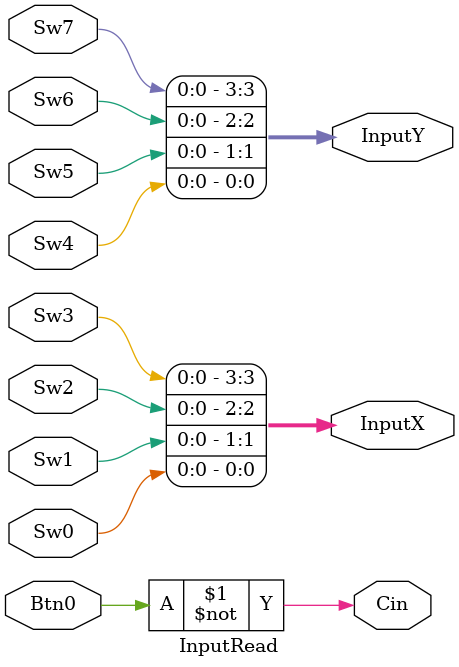
<source format=v>

module InputRead(Sw0, Sw1, Sw2, Sw3, Sw4, Sw5, Sw6, Sw7, Btn0, InputX, InputY, Cin);
    input Sw0;
    input Sw1;
    input Sw2;
    input Sw3;
    input Sw4;
    input Sw5;
    input Sw6;
    input Sw7;
 	input Btn0;
    output [3:0] InputX;
    output [3:0] InputY;
	output       Cin;

    assign InputX[0] = Sw0,
	       InputX[1] = Sw1,
	       InputX[2] = Sw2,
	       InputX[3] = Sw3;


    assign InputY[0] = Sw4,
	       InputY[1] = Sw5,
	       InputY[2] = Sw6,
	       InputY[3] = Sw7;

		 
not(Cin,Btn0);


endmodule

</source>
